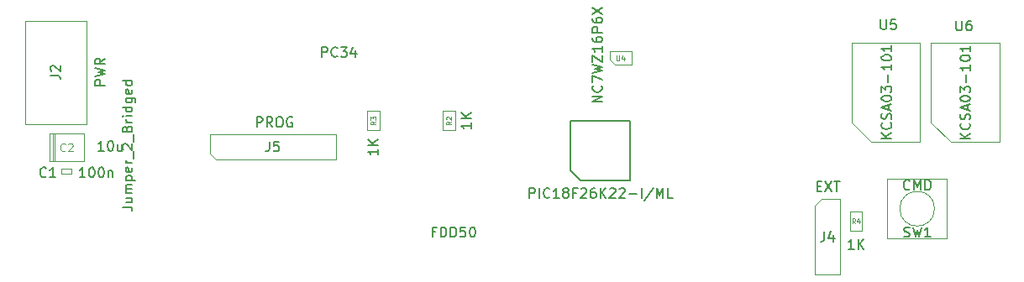
<source format=gbr>
G04 #@! TF.GenerationSoftware,KiCad,Pcbnew,(5.99.0-576-ga860ac506)*
G04 #@! TF.CreationDate,2021-04-05T12:44:30+02:00*
G04 #@! TF.ProjectId,50 pin to 34 pin Floppy Adapter,35302070-696e-4207-946f-203334207069,rev?*
G04 #@! TF.SameCoordinates,Original*
G04 #@! TF.FileFunction,AssemblyDrawing,Top*
%FSLAX46Y46*%
G04 Gerber Fmt 4.6, Leading zero omitted, Abs format (unit mm)*
G04 Created by KiCad (PCBNEW (5.99.0-576-ga860ac506)) date 2021-04-05 12:44:30*
%MOMM*%
%LPD*%
G04 APERTURE LIST*
%ADD10C,0.120000*%
%ADD11C,0.100000*%
%ADD12C,0.150000*%
%ADD13C,0.075000*%
G04 APERTURE END LIST*
D10*
X20756000Y-21700500D02*
X20756000Y-32140500D01*
X26956000Y-21700500D02*
X20756000Y-21700500D01*
X26956000Y-32140500D02*
X26956000Y-21700500D01*
X20756000Y-32140500D02*
X26956000Y-32140500D01*
D11*
X64120000Y-32752500D02*
X62880000Y-32752500D01*
X64120000Y-30752500D02*
X64120000Y-32752500D01*
X62880000Y-30752500D02*
X64120000Y-30752500D01*
X62880000Y-32752500D02*
X62880000Y-30752500D01*
X79672000Y-24788500D02*
X79672000Y-25638500D01*
X80172000Y-26138500D02*
X81872000Y-26138500D01*
X79672000Y-24788500D02*
X81872000Y-24788500D01*
X81872000Y-24788500D02*
X81872000Y-26138500D01*
X79672000Y-25638500D02*
X80172000Y-26138500D01*
X23205500Y-33080500D02*
X23205500Y-35880500D01*
X23205500Y-35880500D02*
X26705500Y-35880500D01*
X26705500Y-35880500D02*
X26705500Y-33080500D01*
X26705500Y-33080500D02*
X23205500Y-33080500D01*
X23555500Y-33080500D02*
X23555500Y-35880500D01*
X23730500Y-33080500D02*
X23730500Y-35880500D01*
X24455500Y-37080000D02*
X24455500Y-36580000D01*
X25455500Y-37080000D02*
X24455500Y-37080000D01*
X25455500Y-36580000D02*
X25455500Y-37080000D01*
X24455500Y-36580000D02*
X25455500Y-36580000D01*
X39370000Y-35052000D02*
X39370000Y-33147000D01*
X39370000Y-33147000D02*
X52070000Y-33147000D01*
X52070000Y-33147000D02*
X52070000Y-35687000D01*
X52070000Y-35687000D02*
X40005000Y-35687000D01*
X40005000Y-35687000D02*
X39370000Y-35052000D01*
X56500000Y-32747500D02*
X55260000Y-32747500D01*
X56500000Y-30747500D02*
X56500000Y-32747500D01*
X55260000Y-30747500D02*
X56500000Y-30747500D01*
X55260000Y-32747500D02*
X55260000Y-30747500D01*
X105141000Y-42910000D02*
X103901000Y-42910000D01*
X105141000Y-40910000D02*
X105141000Y-42910000D01*
X103901000Y-40910000D02*
X105141000Y-40910000D01*
X103901000Y-42910000D02*
X103901000Y-40910000D01*
X118950000Y-23919500D02*
X118950000Y-33919500D01*
X118950000Y-33919500D02*
X114050000Y-33919500D01*
X114050000Y-33919500D02*
X112050000Y-31919500D01*
X112050000Y-31919500D02*
X112050000Y-23919500D01*
X112050000Y-23919500D02*
X118950000Y-23919500D01*
X110949000Y-23919500D02*
X110949000Y-33919500D01*
X110949000Y-33919500D02*
X106049000Y-33919500D01*
X106049000Y-33919500D02*
X104049000Y-31919500D01*
X104049000Y-31919500D02*
X104049000Y-23919500D01*
X104049000Y-23919500D02*
X110949000Y-23919500D01*
X112431214Y-40640000D02*
G75*
G03*
X112431214Y-40640000I-1750714J0D01*
G01*
X107680500Y-43640000D02*
X113680500Y-43640000D01*
X107680500Y-37640000D02*
X107680500Y-43640000D01*
X113680500Y-37640000D02*
X107680500Y-37640000D01*
X113680500Y-43640000D02*
X113680500Y-37640000D01*
D12*
X76716750Y-37774750D02*
X75716750Y-36774750D01*
X81716750Y-37774750D02*
X76716750Y-37774750D01*
X81716750Y-31774750D02*
X81716750Y-37774750D01*
X75716750Y-31774750D02*
X81716750Y-31774750D01*
X75716750Y-36774750D02*
X75716750Y-31774750D01*
D11*
X101028500Y-39687500D02*
X102933500Y-39687500D01*
X102933500Y-39687500D02*
X102933500Y-47307500D01*
X102933500Y-47307500D02*
X100393500Y-47307500D01*
X100393500Y-47307500D02*
X100393500Y-40322500D01*
X100393500Y-40322500D02*
X101028500Y-39687500D01*
D12*
X28828380Y-28193833D02*
X27828380Y-28193833D01*
X27828380Y-27812880D01*
X27876000Y-27717642D01*
X27923619Y-27670023D01*
X28018857Y-27622404D01*
X28161714Y-27622404D01*
X28256952Y-27670023D01*
X28304571Y-27717642D01*
X28352190Y-27812880D01*
X28352190Y-28193833D01*
X27828380Y-27289071D02*
X28828380Y-27050976D01*
X28114095Y-26860500D01*
X28828380Y-26670023D01*
X27828380Y-26431928D01*
X28828380Y-25479547D02*
X28352190Y-25812880D01*
X28828380Y-26050976D02*
X27828380Y-26050976D01*
X27828380Y-25670023D01*
X27876000Y-25574785D01*
X27923619Y-25527166D01*
X28018857Y-25479547D01*
X28161714Y-25479547D01*
X28256952Y-25527166D01*
X28304571Y-25574785D01*
X28352190Y-25670023D01*
X28352190Y-26050976D01*
X23328380Y-27193833D02*
X24042666Y-27193833D01*
X24185523Y-27241452D01*
X24280761Y-27336690D01*
X24328380Y-27479547D01*
X24328380Y-27574785D01*
X23423619Y-26765261D02*
X23376000Y-26717642D01*
X23328380Y-26622404D01*
X23328380Y-26384309D01*
X23376000Y-26289071D01*
X23423619Y-26241452D01*
X23518857Y-26193833D01*
X23614095Y-26193833D01*
X23756952Y-26241452D01*
X24328380Y-26812880D01*
X24328380Y-26193833D01*
X30572380Y-40479595D02*
X31286666Y-40479595D01*
X31429523Y-40527214D01*
X31524761Y-40622452D01*
X31572380Y-40765309D01*
X31572380Y-40860547D01*
X30905714Y-39574833D02*
X31572380Y-39574833D01*
X30905714Y-40003404D02*
X31429523Y-40003404D01*
X31524761Y-39955785D01*
X31572380Y-39860547D01*
X31572380Y-39717690D01*
X31524761Y-39622452D01*
X31477142Y-39574833D01*
X31572380Y-39098642D02*
X30905714Y-39098642D01*
X31000952Y-39098642D02*
X30953333Y-39051023D01*
X30905714Y-38955785D01*
X30905714Y-38812928D01*
X30953333Y-38717690D01*
X31048571Y-38670071D01*
X31572380Y-38670071D01*
X31048571Y-38670071D02*
X30953333Y-38622452D01*
X30905714Y-38527214D01*
X30905714Y-38384357D01*
X30953333Y-38289119D01*
X31048571Y-38241500D01*
X31572380Y-38241500D01*
X30905714Y-37765309D02*
X31905714Y-37765309D01*
X30953333Y-37765309D02*
X30905714Y-37670071D01*
X30905714Y-37479595D01*
X30953333Y-37384357D01*
X31000952Y-37336738D01*
X31096190Y-37289119D01*
X31381904Y-37289119D01*
X31477142Y-37336738D01*
X31524761Y-37384357D01*
X31572380Y-37479595D01*
X31572380Y-37670071D01*
X31524761Y-37765309D01*
X31524761Y-36479595D02*
X31572380Y-36574833D01*
X31572380Y-36765309D01*
X31524761Y-36860547D01*
X31429523Y-36908166D01*
X31048571Y-36908166D01*
X30953333Y-36860547D01*
X30905714Y-36765309D01*
X30905714Y-36574833D01*
X30953333Y-36479595D01*
X31048571Y-36431976D01*
X31143809Y-36431976D01*
X31239047Y-36908166D01*
X31572380Y-36003404D02*
X30905714Y-36003404D01*
X31096190Y-36003404D02*
X31000952Y-35955785D01*
X30953333Y-35908166D01*
X30905714Y-35812928D01*
X30905714Y-35717690D01*
X31667619Y-35622452D02*
X31667619Y-34860547D01*
X30667619Y-34670071D02*
X30620000Y-34622452D01*
X30572380Y-34527214D01*
X30572380Y-34289119D01*
X30620000Y-34193880D01*
X30667619Y-34146261D01*
X30762857Y-34098642D01*
X30858095Y-34098642D01*
X31000952Y-34146261D01*
X31572380Y-34717690D01*
X31572380Y-34098642D01*
X31667619Y-33908166D02*
X31667619Y-33146261D01*
X31048571Y-32574833D02*
X31096190Y-32431976D01*
X31143809Y-32384357D01*
X31239047Y-32336738D01*
X31381904Y-32336738D01*
X31477142Y-32384357D01*
X31524761Y-32431976D01*
X31572380Y-32527214D01*
X31572380Y-32908166D01*
X30572380Y-32908166D01*
X30572380Y-32574833D01*
X30620000Y-32479595D01*
X30667619Y-32431976D01*
X30762857Y-32384357D01*
X30858095Y-32384357D01*
X30953333Y-32431976D01*
X31000952Y-32479595D01*
X31048571Y-32574833D01*
X31048571Y-32908166D01*
X31572380Y-31908166D02*
X30905714Y-31908166D01*
X31096190Y-31908166D02*
X31000952Y-31860547D01*
X30953333Y-31812928D01*
X30905714Y-31717690D01*
X30905714Y-31622452D01*
X31572380Y-31289119D02*
X30905714Y-31289119D01*
X30572380Y-31289119D02*
X30620000Y-31336738D01*
X30667619Y-31289119D01*
X30620000Y-31241500D01*
X30572380Y-31289119D01*
X30667619Y-31289119D01*
X31572380Y-30384357D02*
X30572380Y-30384357D01*
X31524761Y-30384357D02*
X31572380Y-30479595D01*
X31572380Y-30670071D01*
X31524761Y-30765309D01*
X31477142Y-30812928D01*
X31381904Y-30860547D01*
X31096190Y-30860547D01*
X31000952Y-30812928D01*
X30953333Y-30765309D01*
X30905714Y-30670071D01*
X30905714Y-30479595D01*
X30953333Y-30384357D01*
X30905714Y-29479595D02*
X31715238Y-29479595D01*
X31810476Y-29527214D01*
X31858095Y-29574833D01*
X31905714Y-29670071D01*
X31905714Y-29812928D01*
X31858095Y-29908166D01*
X31524761Y-29479595D02*
X31572380Y-29574833D01*
X31572380Y-29765309D01*
X31524761Y-29860547D01*
X31477142Y-29908166D01*
X31381904Y-29955785D01*
X31096190Y-29955785D01*
X31000952Y-29908166D01*
X30953333Y-29860547D01*
X30905714Y-29765309D01*
X30905714Y-29574833D01*
X30953333Y-29479595D01*
X31524761Y-28622452D02*
X31572380Y-28717690D01*
X31572380Y-28908166D01*
X31524761Y-29003404D01*
X31429523Y-29051023D01*
X31048571Y-29051023D01*
X30953333Y-29003404D01*
X30905714Y-28908166D01*
X30905714Y-28717690D01*
X30953333Y-28622452D01*
X31048571Y-28574833D01*
X31143809Y-28574833D01*
X31239047Y-29051023D01*
X31572380Y-27717690D02*
X30572380Y-27717690D01*
X31524761Y-27717690D02*
X31572380Y-27812928D01*
X31572380Y-28003404D01*
X31524761Y-28098642D01*
X31477142Y-28146261D01*
X31381904Y-28193880D01*
X31096190Y-28193880D01*
X31000952Y-28146261D01*
X30953333Y-28098642D01*
X30905714Y-28003404D01*
X30905714Y-27812928D01*
X30953333Y-27717690D01*
X65702380Y-31966785D02*
X65702380Y-32538214D01*
X65702380Y-32252500D02*
X64702380Y-32252500D01*
X64845238Y-32347738D01*
X64940476Y-32442976D01*
X64988095Y-32538214D01*
X65702380Y-31538214D02*
X64702380Y-31538214D01*
X65702380Y-30966785D02*
X65130952Y-31395357D01*
X64702380Y-30966785D02*
X65273809Y-31538214D01*
D13*
X63726190Y-31835833D02*
X63488095Y-32002500D01*
X63726190Y-32121547D02*
X63226190Y-32121547D01*
X63226190Y-31931071D01*
X63250000Y-31883452D01*
X63273809Y-31859642D01*
X63321428Y-31835833D01*
X63392857Y-31835833D01*
X63440476Y-31859642D01*
X63464285Y-31883452D01*
X63488095Y-31931071D01*
X63488095Y-32121547D01*
X63273809Y-31645357D02*
X63250000Y-31621547D01*
X63226190Y-31573928D01*
X63226190Y-31454880D01*
X63250000Y-31407261D01*
X63273809Y-31383452D01*
X63321428Y-31359642D01*
X63369047Y-31359642D01*
X63440476Y-31383452D01*
X63726190Y-31669166D01*
X63726190Y-31359642D01*
D12*
X78938380Y-29860285D02*
X77938380Y-29860285D01*
X78938380Y-29288857D01*
X77938380Y-29288857D01*
X78843142Y-28241238D02*
X78890761Y-28288857D01*
X78938380Y-28431714D01*
X78938380Y-28526952D01*
X78890761Y-28669809D01*
X78795523Y-28765047D01*
X78700285Y-28812666D01*
X78509809Y-28860285D01*
X78366952Y-28860285D01*
X78176476Y-28812666D01*
X78081238Y-28765047D01*
X77986000Y-28669809D01*
X77938380Y-28526952D01*
X77938380Y-28431714D01*
X77986000Y-28288857D01*
X78033619Y-28241238D01*
X77938380Y-27907904D02*
X77938380Y-27241238D01*
X78938380Y-27669809D01*
X77938380Y-26955523D02*
X78938380Y-26717428D01*
X78224095Y-26526952D01*
X78938380Y-26336476D01*
X77938380Y-26098380D01*
X77938380Y-25812666D02*
X77938380Y-25146000D01*
X78938380Y-25812666D01*
X78938380Y-25146000D01*
X78938380Y-24241238D02*
X78938380Y-24812666D01*
X78938380Y-24526952D02*
X77938380Y-24526952D01*
X78081238Y-24622190D01*
X78176476Y-24717428D01*
X78224095Y-24812666D01*
X77938380Y-23384095D02*
X77938380Y-23574571D01*
X77986000Y-23669809D01*
X78033619Y-23717428D01*
X78176476Y-23812666D01*
X78366952Y-23860285D01*
X78747904Y-23860285D01*
X78843142Y-23812666D01*
X78890761Y-23765047D01*
X78938380Y-23669809D01*
X78938380Y-23479333D01*
X78890761Y-23384095D01*
X78843142Y-23336476D01*
X78747904Y-23288857D01*
X78509809Y-23288857D01*
X78414571Y-23336476D01*
X78366952Y-23384095D01*
X78319333Y-23479333D01*
X78319333Y-23669809D01*
X78366952Y-23765047D01*
X78414571Y-23812666D01*
X78509809Y-23860285D01*
X78938380Y-22860285D02*
X77938380Y-22860285D01*
X77938380Y-22479333D01*
X77986000Y-22384095D01*
X78033619Y-22336476D01*
X78128857Y-22288857D01*
X78271714Y-22288857D01*
X78366952Y-22336476D01*
X78414571Y-22384095D01*
X78462190Y-22479333D01*
X78462190Y-22860285D01*
X77938380Y-21431714D02*
X77938380Y-21622190D01*
X77986000Y-21717428D01*
X78033619Y-21765047D01*
X78176476Y-21860285D01*
X78366952Y-21907904D01*
X78747904Y-21907904D01*
X78843142Y-21860285D01*
X78890761Y-21812666D01*
X78938380Y-21717428D01*
X78938380Y-21526952D01*
X78890761Y-21431714D01*
X78843142Y-21384095D01*
X78747904Y-21336476D01*
X78509809Y-21336476D01*
X78414571Y-21384095D01*
X78366952Y-21431714D01*
X78319333Y-21526952D01*
X78319333Y-21717428D01*
X78366952Y-21812666D01*
X78414571Y-21860285D01*
X78509809Y-21907904D01*
X77938380Y-21003142D02*
X78938380Y-20336476D01*
X77938380Y-20336476D02*
X78938380Y-21003142D01*
D13*
X80391047Y-25189690D02*
X80391047Y-25594452D01*
X80414857Y-25642071D01*
X80438666Y-25665880D01*
X80486285Y-25689690D01*
X80581523Y-25689690D01*
X80629142Y-25665880D01*
X80652952Y-25642071D01*
X80676761Y-25594452D01*
X80676761Y-25189690D01*
X81129142Y-25356357D02*
X81129142Y-25689690D01*
X81010095Y-25165880D02*
X80891047Y-25523023D01*
X81200571Y-25523023D01*
D12*
X62134976Y-42981571D02*
X61801642Y-42981571D01*
X61801642Y-43505380D02*
X61801642Y-42505380D01*
X62277833Y-42505380D01*
X62658785Y-43505380D02*
X62658785Y-42505380D01*
X62896880Y-42505380D01*
X63039738Y-42553000D01*
X63134976Y-42648238D01*
X63182595Y-42743476D01*
X63230214Y-42933952D01*
X63230214Y-43076809D01*
X63182595Y-43267285D01*
X63134976Y-43362523D01*
X63039738Y-43457761D01*
X62896880Y-43505380D01*
X62658785Y-43505380D01*
X63658785Y-43505380D02*
X63658785Y-42505380D01*
X63896880Y-42505380D01*
X64039738Y-42553000D01*
X64134976Y-42648238D01*
X64182595Y-42743476D01*
X64230214Y-42933952D01*
X64230214Y-43076809D01*
X64182595Y-43267285D01*
X64134976Y-43362523D01*
X64039738Y-43457761D01*
X63896880Y-43505380D01*
X63658785Y-43505380D01*
X65134976Y-42505380D02*
X64658785Y-42505380D01*
X64611166Y-42981571D01*
X64658785Y-42933952D01*
X64754023Y-42886333D01*
X64992119Y-42886333D01*
X65087357Y-42933952D01*
X65134976Y-42981571D01*
X65182595Y-43076809D01*
X65182595Y-43314904D01*
X65134976Y-43410142D01*
X65087357Y-43457761D01*
X64992119Y-43505380D01*
X64754023Y-43505380D01*
X64658785Y-43457761D01*
X64611166Y-43410142D01*
X65801642Y-42505380D02*
X65896880Y-42505380D01*
X65992119Y-42553000D01*
X66039738Y-42600619D01*
X66087357Y-42695857D01*
X66134976Y-42886333D01*
X66134976Y-43124428D01*
X66087357Y-43314904D01*
X66039738Y-43410142D01*
X65992119Y-43457761D01*
X65896880Y-43505380D01*
X65801642Y-43505380D01*
X65706404Y-43457761D01*
X65658785Y-43410142D01*
X65611166Y-43314904D01*
X65563547Y-43124428D01*
X65563547Y-42886333D01*
X65611166Y-42695857D01*
X65658785Y-42600619D01*
X65706404Y-42553000D01*
X65801642Y-42505380D01*
X28694142Y-34805880D02*
X28122714Y-34805880D01*
X28408428Y-34805880D02*
X28408428Y-33805880D01*
X28313190Y-33948738D01*
X28217952Y-34043976D01*
X28122714Y-34091595D01*
X29313190Y-33805880D02*
X29408428Y-33805880D01*
X29503666Y-33853500D01*
X29551285Y-33901119D01*
X29598904Y-33996357D01*
X29646523Y-34186833D01*
X29646523Y-34424928D01*
X29598904Y-34615404D01*
X29551285Y-34710642D01*
X29503666Y-34758261D01*
X29408428Y-34805880D01*
X29313190Y-34805880D01*
X29217952Y-34758261D01*
X29170333Y-34710642D01*
X29122714Y-34615404D01*
X29075095Y-34424928D01*
X29075095Y-34186833D01*
X29122714Y-33996357D01*
X29170333Y-33901119D01*
X29217952Y-33853500D01*
X29313190Y-33805880D01*
X30503666Y-34139214D02*
X30503666Y-34805880D01*
X30075095Y-34139214D02*
X30075095Y-34663023D01*
X30122714Y-34758261D01*
X30217952Y-34805880D01*
X30360809Y-34805880D01*
X30456047Y-34758261D01*
X30503666Y-34710642D01*
D10*
X24822166Y-34766214D02*
X24784071Y-34804309D01*
X24669785Y-34842404D01*
X24593595Y-34842404D01*
X24479309Y-34804309D01*
X24403119Y-34728119D01*
X24365023Y-34651928D01*
X24326928Y-34499547D01*
X24326928Y-34385261D01*
X24365023Y-34232880D01*
X24403119Y-34156690D01*
X24479309Y-34080500D01*
X24593595Y-34042404D01*
X24669785Y-34042404D01*
X24784071Y-34080500D01*
X24822166Y-34118595D01*
X25126928Y-34118595D02*
X25165023Y-34080500D01*
X25241214Y-34042404D01*
X25431690Y-34042404D01*
X25507880Y-34080500D01*
X25545976Y-34118595D01*
X25584071Y-34194785D01*
X25584071Y-34270976D01*
X25545976Y-34385261D01*
X25088833Y-34842404D01*
X25584071Y-34842404D01*
D12*
X26820952Y-37472880D02*
X26249523Y-37472880D01*
X26535238Y-37472880D02*
X26535238Y-36472880D01*
X26440000Y-36615738D01*
X26344761Y-36710976D01*
X26249523Y-36758595D01*
X27440000Y-36472880D02*
X27535238Y-36472880D01*
X27630476Y-36520500D01*
X27678095Y-36568119D01*
X27725714Y-36663357D01*
X27773333Y-36853833D01*
X27773333Y-37091928D01*
X27725714Y-37282404D01*
X27678095Y-37377642D01*
X27630476Y-37425261D01*
X27535238Y-37472880D01*
X27440000Y-37472880D01*
X27344761Y-37425261D01*
X27297142Y-37377642D01*
X27249523Y-37282404D01*
X27201904Y-37091928D01*
X27201904Y-36853833D01*
X27249523Y-36663357D01*
X27297142Y-36568119D01*
X27344761Y-36520500D01*
X27440000Y-36472880D01*
X28392380Y-36472880D02*
X28487619Y-36472880D01*
X28582857Y-36520500D01*
X28630476Y-36568119D01*
X28678095Y-36663357D01*
X28725714Y-36853833D01*
X28725714Y-37091928D01*
X28678095Y-37282404D01*
X28630476Y-37377642D01*
X28582857Y-37425261D01*
X28487619Y-37472880D01*
X28392380Y-37472880D01*
X28297142Y-37425261D01*
X28249523Y-37377642D01*
X28201904Y-37282404D01*
X28154285Y-37091928D01*
X28154285Y-36853833D01*
X28201904Y-36663357D01*
X28249523Y-36568119D01*
X28297142Y-36520500D01*
X28392380Y-36472880D01*
X29154285Y-36806214D02*
X29154285Y-37472880D01*
X29154285Y-36901452D02*
X29201904Y-36853833D01*
X29297142Y-36806214D01*
X29440000Y-36806214D01*
X29535238Y-36853833D01*
X29582857Y-36949071D01*
X29582857Y-37472880D01*
X22883833Y-37377642D02*
X22836214Y-37425261D01*
X22693357Y-37472880D01*
X22598119Y-37472880D01*
X22455261Y-37425261D01*
X22360023Y-37330023D01*
X22312404Y-37234785D01*
X22264785Y-37044309D01*
X22264785Y-36901452D01*
X22312404Y-36710976D01*
X22360023Y-36615738D01*
X22455261Y-36520500D01*
X22598119Y-36472880D01*
X22693357Y-36472880D01*
X22836214Y-36520500D01*
X22883833Y-36568119D01*
X23836214Y-37472880D02*
X23264785Y-37472880D01*
X23550500Y-37472880D02*
X23550500Y-36472880D01*
X23455261Y-36615738D01*
X23360023Y-36710976D01*
X23264785Y-36758595D01*
X44124785Y-32392880D02*
X44124785Y-31392880D01*
X44505738Y-31392880D01*
X44600976Y-31440500D01*
X44648595Y-31488119D01*
X44696214Y-31583357D01*
X44696214Y-31726214D01*
X44648595Y-31821452D01*
X44600976Y-31869071D01*
X44505738Y-31916690D01*
X44124785Y-31916690D01*
X45696214Y-32392880D02*
X45362880Y-31916690D01*
X45124785Y-32392880D02*
X45124785Y-31392880D01*
X45505738Y-31392880D01*
X45600976Y-31440500D01*
X45648595Y-31488119D01*
X45696214Y-31583357D01*
X45696214Y-31726214D01*
X45648595Y-31821452D01*
X45600976Y-31869071D01*
X45505738Y-31916690D01*
X45124785Y-31916690D01*
X46315261Y-31392880D02*
X46505738Y-31392880D01*
X46600976Y-31440500D01*
X46696214Y-31535738D01*
X46743833Y-31726214D01*
X46743833Y-32059547D01*
X46696214Y-32250023D01*
X46600976Y-32345261D01*
X46505738Y-32392880D01*
X46315261Y-32392880D01*
X46220023Y-32345261D01*
X46124785Y-32250023D01*
X46077166Y-32059547D01*
X46077166Y-31726214D01*
X46124785Y-31535738D01*
X46220023Y-31440500D01*
X46315261Y-31392880D01*
X47696214Y-31440500D02*
X47600976Y-31392880D01*
X47458119Y-31392880D01*
X47315261Y-31440500D01*
X47220023Y-31535738D01*
X47172404Y-31630976D01*
X47124785Y-31821452D01*
X47124785Y-31964309D01*
X47172404Y-32154785D01*
X47220023Y-32250023D01*
X47315261Y-32345261D01*
X47458119Y-32392880D01*
X47553357Y-32392880D01*
X47696214Y-32345261D01*
X47743833Y-32297642D01*
X47743833Y-31964309D01*
X47553357Y-31964309D01*
X45386666Y-33869380D02*
X45386666Y-34583666D01*
X45339047Y-34726523D01*
X45243809Y-34821761D01*
X45100952Y-34869380D01*
X45005714Y-34869380D01*
X46339047Y-33869380D02*
X45862857Y-33869380D01*
X45815238Y-34345571D01*
X45862857Y-34297952D01*
X45958095Y-34250333D01*
X46196190Y-34250333D01*
X46291428Y-34297952D01*
X46339047Y-34345571D01*
X46386666Y-34440809D01*
X46386666Y-34678904D01*
X46339047Y-34774142D01*
X46291428Y-34821761D01*
X46196190Y-34869380D01*
X45958095Y-34869380D01*
X45862857Y-34821761D01*
X45815238Y-34774142D01*
X56332380Y-34628785D02*
X56332380Y-35200214D01*
X56332380Y-34914500D02*
X55332380Y-34914500D01*
X55475238Y-35009738D01*
X55570476Y-35104976D01*
X55618095Y-35200214D01*
X56332380Y-34200214D02*
X55332380Y-34200214D01*
X56332380Y-33628785D02*
X55760952Y-34057357D01*
X55332380Y-33628785D02*
X55903809Y-34200214D01*
D13*
X56106190Y-31830833D02*
X55868095Y-31997500D01*
X56106190Y-32116547D02*
X55606190Y-32116547D01*
X55606190Y-31926071D01*
X55630000Y-31878452D01*
X55653809Y-31854642D01*
X55701428Y-31830833D01*
X55772857Y-31830833D01*
X55820476Y-31854642D01*
X55844285Y-31878452D01*
X55868095Y-31926071D01*
X55868095Y-32116547D01*
X55606190Y-31664166D02*
X55606190Y-31354642D01*
X55796666Y-31521309D01*
X55796666Y-31449880D01*
X55820476Y-31402261D01*
X55844285Y-31378452D01*
X55891904Y-31354642D01*
X56010952Y-31354642D01*
X56058571Y-31378452D01*
X56082380Y-31402261D01*
X56106190Y-31449880D01*
X56106190Y-31592738D01*
X56082380Y-31640357D01*
X56058571Y-31664166D01*
D12*
X104306714Y-44711880D02*
X103735285Y-44711880D01*
X104021000Y-44711880D02*
X104021000Y-43711880D01*
X103925761Y-43854738D01*
X103830523Y-43949976D01*
X103735285Y-43997595D01*
X104735285Y-44711880D02*
X104735285Y-43711880D01*
X105306714Y-44711880D02*
X104878142Y-44140452D01*
X105306714Y-43711880D02*
X104735285Y-44283309D01*
D13*
X104437666Y-42136190D02*
X104271000Y-41898095D01*
X104151952Y-42136190D02*
X104151952Y-41636190D01*
X104342428Y-41636190D01*
X104390047Y-41660000D01*
X104413857Y-41683809D01*
X104437666Y-41731428D01*
X104437666Y-41802857D01*
X104413857Y-41850476D01*
X104390047Y-41874285D01*
X104342428Y-41898095D01*
X104151952Y-41898095D01*
X104866238Y-41802857D02*
X104866238Y-42136190D01*
X104747190Y-41612380D02*
X104628142Y-41969523D01*
X104937666Y-41969523D01*
D12*
X116022380Y-33596166D02*
X115022380Y-33596166D01*
X116022380Y-33024738D02*
X115450952Y-33453309D01*
X115022380Y-33024738D02*
X115593809Y-33596166D01*
X115927142Y-32024738D02*
X115974761Y-32072357D01*
X116022380Y-32215214D01*
X116022380Y-32310452D01*
X115974761Y-32453309D01*
X115879523Y-32548547D01*
X115784285Y-32596166D01*
X115593809Y-32643785D01*
X115450952Y-32643785D01*
X115260476Y-32596166D01*
X115165238Y-32548547D01*
X115070000Y-32453309D01*
X115022380Y-32310452D01*
X115022380Y-32215214D01*
X115070000Y-32072357D01*
X115117619Y-32024738D01*
X115974761Y-31643785D02*
X116022380Y-31500928D01*
X116022380Y-31262833D01*
X115974761Y-31167595D01*
X115927142Y-31119976D01*
X115831904Y-31072357D01*
X115736666Y-31072357D01*
X115641428Y-31119976D01*
X115593809Y-31167595D01*
X115546190Y-31262833D01*
X115498571Y-31453309D01*
X115450952Y-31548547D01*
X115403333Y-31596166D01*
X115308095Y-31643785D01*
X115212857Y-31643785D01*
X115117619Y-31596166D01*
X115070000Y-31548547D01*
X115022380Y-31453309D01*
X115022380Y-31215214D01*
X115070000Y-31072357D01*
X115736666Y-30691404D02*
X115736666Y-30215214D01*
X116022380Y-30786642D02*
X115022380Y-30453309D01*
X116022380Y-30119976D01*
X115022380Y-29596166D02*
X115022380Y-29500928D01*
X115070000Y-29405690D01*
X115117619Y-29358071D01*
X115212857Y-29310452D01*
X115403333Y-29262833D01*
X115641428Y-29262833D01*
X115831904Y-29310452D01*
X115927142Y-29358071D01*
X115974761Y-29405690D01*
X116022380Y-29500928D01*
X116022380Y-29596166D01*
X115974761Y-29691404D01*
X115927142Y-29739023D01*
X115831904Y-29786642D01*
X115641428Y-29834261D01*
X115403333Y-29834261D01*
X115212857Y-29786642D01*
X115117619Y-29739023D01*
X115070000Y-29691404D01*
X115022380Y-29596166D01*
X115022380Y-28929500D02*
X115022380Y-28310452D01*
X115403333Y-28643785D01*
X115403333Y-28500928D01*
X115450952Y-28405690D01*
X115498571Y-28358071D01*
X115593809Y-28310452D01*
X115831904Y-28310452D01*
X115927142Y-28358071D01*
X115974761Y-28405690D01*
X116022380Y-28500928D01*
X116022380Y-28786642D01*
X115974761Y-28881880D01*
X115927142Y-28929500D01*
X115641428Y-27881880D02*
X115641428Y-27119976D01*
X116022380Y-26119976D02*
X116022380Y-26691404D01*
X116022380Y-26405690D02*
X115022380Y-26405690D01*
X115165238Y-26500928D01*
X115260476Y-26596166D01*
X115308095Y-26691404D01*
X115022380Y-25500928D02*
X115022380Y-25405690D01*
X115070000Y-25310452D01*
X115117619Y-25262833D01*
X115212857Y-25215214D01*
X115403333Y-25167595D01*
X115641428Y-25167595D01*
X115831904Y-25215214D01*
X115927142Y-25262833D01*
X115974761Y-25310452D01*
X116022380Y-25405690D01*
X116022380Y-25500928D01*
X115974761Y-25596166D01*
X115927142Y-25643785D01*
X115831904Y-25691404D01*
X115641428Y-25739023D01*
X115403333Y-25739023D01*
X115212857Y-25691404D01*
X115117619Y-25643785D01*
X115070000Y-25596166D01*
X115022380Y-25500928D01*
X116022380Y-24215214D02*
X116022380Y-24786642D01*
X116022380Y-24500928D02*
X115022380Y-24500928D01*
X115165238Y-24596166D01*
X115260476Y-24691404D01*
X115308095Y-24786642D01*
X114617595Y-21677380D02*
X114617595Y-22486904D01*
X114665214Y-22582142D01*
X114712833Y-22629761D01*
X114808071Y-22677380D01*
X114998547Y-22677380D01*
X115093785Y-22629761D01*
X115141404Y-22582142D01*
X115189023Y-22486904D01*
X115189023Y-21677380D01*
X116093785Y-21677380D02*
X115903309Y-21677380D01*
X115808071Y-21725000D01*
X115760452Y-21772619D01*
X115665214Y-21915476D01*
X115617595Y-22105952D01*
X115617595Y-22486904D01*
X115665214Y-22582142D01*
X115712833Y-22629761D01*
X115808071Y-22677380D01*
X115998547Y-22677380D01*
X116093785Y-22629761D01*
X116141404Y-22582142D01*
X116189023Y-22486904D01*
X116189023Y-22248809D01*
X116141404Y-22153571D01*
X116093785Y-22105952D01*
X115998547Y-22058333D01*
X115808071Y-22058333D01*
X115712833Y-22105952D01*
X115665214Y-22153571D01*
X115617595Y-22248809D01*
X108084880Y-33559166D02*
X107084880Y-33559166D01*
X108084880Y-32987738D02*
X107513452Y-33416309D01*
X107084880Y-32987738D02*
X107656309Y-33559166D01*
X107989642Y-31987738D02*
X108037261Y-32035357D01*
X108084880Y-32178214D01*
X108084880Y-32273452D01*
X108037261Y-32416309D01*
X107942023Y-32511547D01*
X107846785Y-32559166D01*
X107656309Y-32606785D01*
X107513452Y-32606785D01*
X107322976Y-32559166D01*
X107227738Y-32511547D01*
X107132500Y-32416309D01*
X107084880Y-32273452D01*
X107084880Y-32178214D01*
X107132500Y-32035357D01*
X107180119Y-31987738D01*
X108037261Y-31606785D02*
X108084880Y-31463928D01*
X108084880Y-31225833D01*
X108037261Y-31130595D01*
X107989642Y-31082976D01*
X107894404Y-31035357D01*
X107799166Y-31035357D01*
X107703928Y-31082976D01*
X107656309Y-31130595D01*
X107608690Y-31225833D01*
X107561071Y-31416309D01*
X107513452Y-31511547D01*
X107465833Y-31559166D01*
X107370595Y-31606785D01*
X107275357Y-31606785D01*
X107180119Y-31559166D01*
X107132500Y-31511547D01*
X107084880Y-31416309D01*
X107084880Y-31178214D01*
X107132500Y-31035357D01*
X107799166Y-30654404D02*
X107799166Y-30178214D01*
X108084880Y-30749642D02*
X107084880Y-30416309D01*
X108084880Y-30082976D01*
X107084880Y-29559166D02*
X107084880Y-29463928D01*
X107132500Y-29368690D01*
X107180119Y-29321071D01*
X107275357Y-29273452D01*
X107465833Y-29225833D01*
X107703928Y-29225833D01*
X107894404Y-29273452D01*
X107989642Y-29321071D01*
X108037261Y-29368690D01*
X108084880Y-29463928D01*
X108084880Y-29559166D01*
X108037261Y-29654404D01*
X107989642Y-29702023D01*
X107894404Y-29749642D01*
X107703928Y-29797261D01*
X107465833Y-29797261D01*
X107275357Y-29749642D01*
X107180119Y-29702023D01*
X107132500Y-29654404D01*
X107084880Y-29559166D01*
X107084880Y-28892500D02*
X107084880Y-28273452D01*
X107465833Y-28606785D01*
X107465833Y-28463928D01*
X107513452Y-28368690D01*
X107561071Y-28321071D01*
X107656309Y-28273452D01*
X107894404Y-28273452D01*
X107989642Y-28321071D01*
X108037261Y-28368690D01*
X108084880Y-28463928D01*
X108084880Y-28749642D01*
X108037261Y-28844880D01*
X107989642Y-28892500D01*
X107703928Y-27844880D02*
X107703928Y-27082976D01*
X108084880Y-26082976D02*
X108084880Y-26654404D01*
X108084880Y-26368690D02*
X107084880Y-26368690D01*
X107227738Y-26463928D01*
X107322976Y-26559166D01*
X107370595Y-26654404D01*
X107084880Y-25463928D02*
X107084880Y-25368690D01*
X107132500Y-25273452D01*
X107180119Y-25225833D01*
X107275357Y-25178214D01*
X107465833Y-25130595D01*
X107703928Y-25130595D01*
X107894404Y-25178214D01*
X107989642Y-25225833D01*
X108037261Y-25273452D01*
X108084880Y-25368690D01*
X108084880Y-25463928D01*
X108037261Y-25559166D01*
X107989642Y-25606785D01*
X107894404Y-25654404D01*
X107703928Y-25702023D01*
X107465833Y-25702023D01*
X107275357Y-25654404D01*
X107180119Y-25606785D01*
X107132500Y-25559166D01*
X107084880Y-25463928D01*
X108084880Y-24178214D02*
X108084880Y-24749642D01*
X108084880Y-24463928D02*
X107084880Y-24463928D01*
X107227738Y-24559166D01*
X107322976Y-24654404D01*
X107370595Y-24749642D01*
X106997595Y-21550380D02*
X106997595Y-22359904D01*
X107045214Y-22455142D01*
X107092833Y-22502761D01*
X107188071Y-22550380D01*
X107378547Y-22550380D01*
X107473785Y-22502761D01*
X107521404Y-22455142D01*
X107569023Y-22359904D01*
X107569023Y-21550380D01*
X108521404Y-21550380D02*
X108045214Y-21550380D01*
X107997595Y-22026571D01*
X108045214Y-21978952D01*
X108140452Y-21931333D01*
X108378547Y-21931333D01*
X108473785Y-21978952D01*
X108521404Y-22026571D01*
X108569023Y-22121809D01*
X108569023Y-22359904D01*
X108521404Y-22455142D01*
X108473785Y-22502761D01*
X108378547Y-22550380D01*
X108140452Y-22550380D01*
X108045214Y-22502761D01*
X107997595Y-22455142D01*
X109918595Y-38647642D02*
X109870976Y-38695261D01*
X109728119Y-38742880D01*
X109632880Y-38742880D01*
X109490023Y-38695261D01*
X109394785Y-38600023D01*
X109347166Y-38504785D01*
X109299547Y-38314309D01*
X109299547Y-38171452D01*
X109347166Y-37980976D01*
X109394785Y-37885738D01*
X109490023Y-37790500D01*
X109632880Y-37742880D01*
X109728119Y-37742880D01*
X109870976Y-37790500D01*
X109918595Y-37838119D01*
X110347166Y-38742880D02*
X110347166Y-37742880D01*
X110680500Y-38457166D01*
X111013833Y-37742880D01*
X111013833Y-38742880D01*
X111490023Y-38742880D02*
X111490023Y-37742880D01*
X111728119Y-37742880D01*
X111870976Y-37790500D01*
X111966214Y-37885738D01*
X112013833Y-37980976D01*
X112061452Y-38171452D01*
X112061452Y-38314309D01*
X112013833Y-38504785D01*
X111966214Y-38600023D01*
X111870976Y-38695261D01*
X111728119Y-38742880D01*
X111490023Y-38742880D01*
X109347166Y-43457761D02*
X109490023Y-43505380D01*
X109728119Y-43505380D01*
X109823357Y-43457761D01*
X109870976Y-43410142D01*
X109918595Y-43314904D01*
X109918595Y-43219666D01*
X109870976Y-43124428D01*
X109823357Y-43076809D01*
X109728119Y-43029190D01*
X109537642Y-42981571D01*
X109442404Y-42933952D01*
X109394785Y-42886333D01*
X109347166Y-42791095D01*
X109347166Y-42695857D01*
X109394785Y-42600619D01*
X109442404Y-42553000D01*
X109537642Y-42505380D01*
X109775738Y-42505380D01*
X109918595Y-42553000D01*
X110251928Y-42505380D02*
X110490023Y-43505380D01*
X110680500Y-42791095D01*
X110870976Y-43505380D01*
X111109071Y-42505380D01*
X112013833Y-43505380D02*
X111442404Y-43505380D01*
X111728119Y-43505380D02*
X111728119Y-42505380D01*
X111632880Y-42648238D01*
X111537642Y-42743476D01*
X111442404Y-42791095D01*
X71597142Y-39568380D02*
X71597142Y-38568380D01*
X71978095Y-38568380D01*
X72073333Y-38616000D01*
X72120952Y-38663619D01*
X72168571Y-38758857D01*
X72168571Y-38901714D01*
X72120952Y-38996952D01*
X72073333Y-39044571D01*
X71978095Y-39092190D01*
X71597142Y-39092190D01*
X72597142Y-39568380D02*
X72597142Y-38568380D01*
X73644761Y-39473142D02*
X73597142Y-39520761D01*
X73454285Y-39568380D01*
X73359047Y-39568380D01*
X73216190Y-39520761D01*
X73120952Y-39425523D01*
X73073333Y-39330285D01*
X73025714Y-39139809D01*
X73025714Y-38996952D01*
X73073333Y-38806476D01*
X73120952Y-38711238D01*
X73216190Y-38616000D01*
X73359047Y-38568380D01*
X73454285Y-38568380D01*
X73597142Y-38616000D01*
X73644761Y-38663619D01*
X74597142Y-39568380D02*
X74025714Y-39568380D01*
X74311428Y-39568380D02*
X74311428Y-38568380D01*
X74216190Y-38711238D01*
X74120952Y-38806476D01*
X74025714Y-38854095D01*
X75168571Y-38996952D02*
X75073333Y-38949333D01*
X75025714Y-38901714D01*
X74978095Y-38806476D01*
X74978095Y-38758857D01*
X75025714Y-38663619D01*
X75073333Y-38616000D01*
X75168571Y-38568380D01*
X75359047Y-38568380D01*
X75454285Y-38616000D01*
X75501904Y-38663619D01*
X75549523Y-38758857D01*
X75549523Y-38806476D01*
X75501904Y-38901714D01*
X75454285Y-38949333D01*
X75359047Y-38996952D01*
X75168571Y-38996952D01*
X75073333Y-39044571D01*
X75025714Y-39092190D01*
X74978095Y-39187428D01*
X74978095Y-39377904D01*
X75025714Y-39473142D01*
X75073333Y-39520761D01*
X75168571Y-39568380D01*
X75359047Y-39568380D01*
X75454285Y-39520761D01*
X75501904Y-39473142D01*
X75549523Y-39377904D01*
X75549523Y-39187428D01*
X75501904Y-39092190D01*
X75454285Y-39044571D01*
X75359047Y-38996952D01*
X76311428Y-39044571D02*
X75978095Y-39044571D01*
X75978095Y-39568380D02*
X75978095Y-38568380D01*
X76454285Y-38568380D01*
X76787619Y-38663619D02*
X76835238Y-38616000D01*
X76930476Y-38568380D01*
X77168571Y-38568380D01*
X77263809Y-38616000D01*
X77311428Y-38663619D01*
X77359047Y-38758857D01*
X77359047Y-38854095D01*
X77311428Y-38996952D01*
X76740000Y-39568380D01*
X77359047Y-39568380D01*
X78216190Y-38568380D02*
X78025714Y-38568380D01*
X77930476Y-38616000D01*
X77882857Y-38663619D01*
X77787619Y-38806476D01*
X77740000Y-38996952D01*
X77740000Y-39377904D01*
X77787619Y-39473142D01*
X77835238Y-39520761D01*
X77930476Y-39568380D01*
X78120952Y-39568380D01*
X78216190Y-39520761D01*
X78263809Y-39473142D01*
X78311428Y-39377904D01*
X78311428Y-39139809D01*
X78263809Y-39044571D01*
X78216190Y-38996952D01*
X78120952Y-38949333D01*
X77930476Y-38949333D01*
X77835238Y-38996952D01*
X77787619Y-39044571D01*
X77740000Y-39139809D01*
X78740000Y-39568380D02*
X78740000Y-38568380D01*
X79311428Y-39568380D02*
X78882857Y-38996952D01*
X79311428Y-38568380D02*
X78740000Y-39139809D01*
X79692380Y-38663619D02*
X79740000Y-38616000D01*
X79835238Y-38568380D01*
X80073333Y-38568380D01*
X80168571Y-38616000D01*
X80216190Y-38663619D01*
X80263809Y-38758857D01*
X80263809Y-38854095D01*
X80216190Y-38996952D01*
X79644761Y-39568380D01*
X80263809Y-39568380D01*
X80644761Y-38663619D02*
X80692380Y-38616000D01*
X80787619Y-38568380D01*
X81025714Y-38568380D01*
X81120952Y-38616000D01*
X81168571Y-38663619D01*
X81216190Y-38758857D01*
X81216190Y-38854095D01*
X81168571Y-38996952D01*
X80597142Y-39568380D01*
X81216190Y-39568380D01*
X81644761Y-39187428D02*
X82406666Y-39187428D01*
X82882857Y-39568380D02*
X82882857Y-38568380D01*
X84073333Y-38520761D02*
X83216190Y-39806476D01*
X84406666Y-39568380D02*
X84406666Y-38568380D01*
X84739999Y-39282666D01*
X85073333Y-38568380D01*
X85073333Y-39568380D01*
X86025714Y-39568380D02*
X85549523Y-39568380D01*
X85549523Y-38568380D01*
X50673214Y-25344380D02*
X50673214Y-24344380D01*
X51054166Y-24344380D01*
X51149404Y-24392000D01*
X51197023Y-24439619D01*
X51244642Y-24534857D01*
X51244642Y-24677714D01*
X51197023Y-24772952D01*
X51149404Y-24820571D01*
X51054166Y-24868190D01*
X50673214Y-24868190D01*
X52244642Y-25249142D02*
X52197023Y-25296761D01*
X52054166Y-25344380D01*
X51958928Y-25344380D01*
X51816071Y-25296761D01*
X51720833Y-25201523D01*
X51673214Y-25106285D01*
X51625595Y-24915809D01*
X51625595Y-24772952D01*
X51673214Y-24582476D01*
X51720833Y-24487238D01*
X51816071Y-24392000D01*
X51958928Y-24344380D01*
X52054166Y-24344380D01*
X52197023Y-24392000D01*
X52244642Y-24439619D01*
X52577976Y-24344380D02*
X53197023Y-24344380D01*
X52863690Y-24725333D01*
X53006547Y-24725333D01*
X53101785Y-24772952D01*
X53149404Y-24820571D01*
X53197023Y-24915809D01*
X53197023Y-25153904D01*
X53149404Y-25249142D01*
X53101785Y-25296761D01*
X53006547Y-25344380D01*
X52720833Y-25344380D01*
X52625595Y-25296761D01*
X52577976Y-25249142D01*
X54054166Y-24677714D02*
X54054166Y-25344380D01*
X53816071Y-24296761D02*
X53577976Y-25011047D01*
X54197023Y-25011047D01*
X100592071Y-38346071D02*
X100925404Y-38346071D01*
X101068261Y-38869880D02*
X100592071Y-38869880D01*
X100592071Y-37869880D01*
X101068261Y-37869880D01*
X101401595Y-37869880D02*
X102068261Y-38869880D01*
X102068261Y-37869880D02*
X101401595Y-38869880D01*
X102306357Y-37869880D02*
X102877785Y-37869880D01*
X102592071Y-38869880D02*
X102592071Y-37869880D01*
X101330166Y-42949880D02*
X101330166Y-43664166D01*
X101282547Y-43807023D01*
X101187309Y-43902261D01*
X101044452Y-43949880D01*
X100949214Y-43949880D01*
X102234928Y-43283214D02*
X102234928Y-43949880D01*
X101996833Y-42902261D02*
X101758738Y-43616547D01*
X102377785Y-43616547D01*
M02*

</source>
